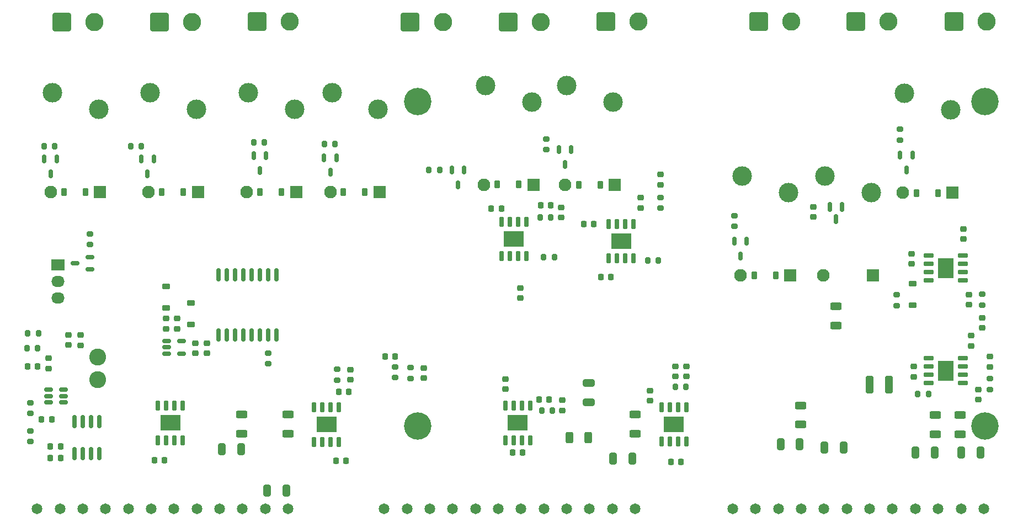
<source format=gbr>
%TF.GenerationSoftware,KiCad,Pcbnew,9.0.4*%
%TF.CreationDate,2025-10-09T12:47:56+02:00*%
%TF.ProjectId,io-gateway,696f2d67-6174-4657-9761-792e6b696361,rev?*%
%TF.SameCoordinates,Original*%
%TF.FileFunction,Soldermask,Bot*%
%TF.FilePolarity,Negative*%
%FSLAX46Y46*%
G04 Gerber Fmt 4.6, Leading zero omitted, Abs format (unit mm)*
G04 Created by KiCad (PCBNEW 9.0.4) date 2025-10-09 12:47:56*
%MOMM*%
%LPD*%
G01*
G04 APERTURE LIST*
G04 Aperture macros list*
%AMRoundRect*
0 Rectangle with rounded corners*
0 $1 Rounding radius*
0 $2 $3 $4 $5 $6 $7 $8 $9 X,Y pos of 4 corners*
0 Add a 4 corners polygon primitive as box body*
4,1,4,$2,$3,$4,$5,$6,$7,$8,$9,$2,$3,0*
0 Add four circle primitives for the rounded corners*
1,1,$1+$1,$2,$3*
1,1,$1+$1,$4,$5*
1,1,$1+$1,$6,$7*
1,1,$1+$1,$8,$9*
0 Add four rect primitives between the rounded corners*
20,1,$1+$1,$2,$3,$4,$5,0*
20,1,$1+$1,$4,$5,$6,$7,0*
20,1,$1+$1,$6,$7,$8,$9,0*
20,1,$1+$1,$8,$9,$2,$3,0*%
G04 Aperture macros list end*
%ADD10RoundRect,0.200000X-0.275000X0.200000X-0.275000X-0.200000X0.275000X-0.200000X0.275000X0.200000X0*%
%ADD11RoundRect,0.225000X-0.250000X0.225000X-0.250000X-0.225000X0.250000X-0.225000X0.250000X0.225000X0*%
%ADD12RoundRect,0.225000X0.225000X0.250000X-0.225000X0.250000X-0.225000X-0.250000X0.225000X-0.250000X0*%
%ADD13C,4.200000*%
%ADD14R,1.950000X1.950000*%
%ADD15C,1.950000*%
%ADD16C,3.000000*%
%ADD17C,1.650000*%
%ADD18RoundRect,0.250001X-1.149999X-1.149999X1.149999X-1.149999X1.149999X1.149999X-1.149999X1.149999X0*%
%ADD19C,2.800000*%
%ADD20C,2.600000*%
%ADD21R,2.030000X1.730000*%
%ADD22O,2.030000X1.730000*%
%ADD23RoundRect,0.150000X-0.150000X0.650000X-0.150000X-0.650000X0.150000X-0.650000X0.150000X0.650000X0*%
%ADD24R,3.100000X2.410000*%
%ADD25RoundRect,0.200000X0.200000X0.275000X-0.200000X0.275000X-0.200000X-0.275000X0.200000X-0.275000X0*%
%ADD26RoundRect,0.200000X0.275000X-0.200000X0.275000X0.200000X-0.275000X0.200000X-0.275000X-0.200000X0*%
%ADD27RoundRect,0.150000X-0.150000X0.587500X-0.150000X-0.587500X0.150000X-0.587500X0.150000X0.587500X0*%
%ADD28RoundRect,0.225000X0.250000X-0.225000X0.250000X0.225000X-0.250000X0.225000X-0.250000X-0.225000X0*%
%ADD29RoundRect,0.150000X0.512500X0.150000X-0.512500X0.150000X-0.512500X-0.150000X0.512500X-0.150000X0*%
%ADD30RoundRect,0.150000X-0.150000X0.512500X-0.150000X-0.512500X0.150000X-0.512500X0.150000X0.512500X0*%
%ADD31RoundRect,0.225000X0.225000X0.375000X-0.225000X0.375000X-0.225000X-0.375000X0.225000X-0.375000X0*%
%ADD32RoundRect,0.250000X0.625000X-0.312500X0.625000X0.312500X-0.625000X0.312500X-0.625000X-0.312500X0*%
%ADD33RoundRect,0.225000X-0.225000X-0.250000X0.225000X-0.250000X0.225000X0.250000X-0.225000X0.250000X0*%
%ADD34RoundRect,0.250000X-0.325000X-0.650000X0.325000X-0.650000X0.325000X0.650000X-0.325000X0.650000X0*%
%ADD35RoundRect,0.150000X0.650000X0.150000X-0.650000X0.150000X-0.650000X-0.150000X0.650000X-0.150000X0*%
%ADD36R,2.410000X3.100000*%
%ADD37RoundRect,0.150000X-0.150000X0.875000X-0.150000X-0.875000X0.150000X-0.875000X0.150000X0.875000X0*%
%ADD38RoundRect,0.225000X0.375000X-0.225000X0.375000X0.225000X-0.375000X0.225000X-0.375000X-0.225000X0*%
%ADD39RoundRect,0.250000X-0.325000X-1.100000X0.325000X-1.100000X0.325000X1.100000X-0.325000X1.100000X0*%
%ADD40RoundRect,0.150000X-0.150000X0.825000X-0.150000X-0.825000X0.150000X-0.825000X0.150000X0.825000X0*%
%ADD41RoundRect,0.200000X-0.200000X-0.275000X0.200000X-0.275000X0.200000X0.275000X-0.200000X0.275000X0*%
%ADD42RoundRect,0.250000X-0.650000X0.325000X-0.650000X-0.325000X0.650000X-0.325000X0.650000X0.325000X0*%
%ADD43RoundRect,0.250000X0.312500X0.625000X-0.312500X0.625000X-0.312500X-0.625000X0.312500X-0.625000X0*%
%ADD44RoundRect,0.150000X-0.512500X-0.150000X0.512500X-0.150000X0.512500X0.150000X-0.512500X0.150000X0*%
G04 APERTURE END LIST*
D10*
%TO.C,R3*%
X112550000Y-106200000D03*
X112550000Y-104550000D03*
%TD*%
%TO.C,R4*%
X110150000Y-106075000D03*
X110150000Y-104425000D03*
%TD*%
D11*
%TO.C,C11*%
X114600000Y-104625000D03*
X114600000Y-106175000D03*
%TD*%
D12*
%TO.C,C10*%
X110175000Y-102800000D03*
X108625000Y-102800000D03*
%TD*%
D13*
%TO.C,FRDM_MCXA153_1*%
X113675000Y-63692000D03*
X200670000Y-63692000D03*
X113675000Y-113476000D03*
X200670000Y-113476000D03*
%TD*%
D14*
%TO.C,K9*%
X170799000Y-90424000D03*
D15*
X163199000Y-90424000D03*
D16*
X170549000Y-77724000D03*
X163449000Y-75184000D03*
%TD*%
D17*
%TO.C,J1*%
X55250000Y-126250000D03*
X58750000Y-126250000D03*
X62250000Y-126250000D03*
X65750000Y-126250000D03*
X69250000Y-126250000D03*
X72750000Y-126250000D03*
X76250000Y-126250000D03*
X79750000Y-126250000D03*
X83250000Y-126250000D03*
X86750000Y-126250000D03*
X90250000Y-126250000D03*
X93750000Y-126250000D03*
%TD*%
D18*
%TO.C,J5*%
X195933000Y-51433000D03*
D19*
X200933000Y-51433000D03*
%TD*%
D18*
%TO.C,J7*%
X89000000Y-51433000D03*
D19*
X94000000Y-51433000D03*
%TD*%
D14*
%TO.C,K7*%
X195703000Y-77724000D03*
D15*
X188103000Y-77724000D03*
D16*
X195453000Y-65024000D03*
X188353000Y-62484000D03*
%TD*%
D14*
%TO.C,K8*%
X183511000Y-90424000D03*
D15*
X175911000Y-90424000D03*
D16*
X183261000Y-77724000D03*
X176161000Y-75184000D03*
%TD*%
D18*
%TO.C,J4*%
X142500000Y-51433000D03*
D19*
X147500000Y-51433000D03*
%TD*%
D18*
%TO.C,J13*%
X165950000Y-51450000D03*
D19*
X170950000Y-51450000D03*
%TD*%
D18*
%TO.C,J10*%
X127500000Y-51500000D03*
D19*
X132500000Y-51500000D03*
%TD*%
D14*
%TO.C,K4*%
X143881000Y-76510000D03*
D15*
X136281000Y-76510000D03*
D16*
X143631000Y-63810000D03*
X136531000Y-61270000D03*
%TD*%
D17*
%TO.C,J3*%
X162000000Y-126250000D03*
X165500000Y-126250000D03*
X169000000Y-126250000D03*
X172500000Y-126250000D03*
X176000000Y-126250000D03*
X179500000Y-126250000D03*
X183000000Y-126250000D03*
X186500000Y-126250000D03*
X190000000Y-126250000D03*
X193500000Y-126250000D03*
X197000000Y-126250000D03*
X200500000Y-126250000D03*
%TD*%
D18*
%TO.C,J12*%
X180900000Y-51450000D03*
D19*
X185900000Y-51450000D03*
%TD*%
D18*
%TO.C,J11*%
X112500000Y-51500000D03*
D19*
X117500000Y-51500000D03*
%TD*%
D17*
%TO.C,J2*%
X108500000Y-126250000D03*
X112000000Y-126250000D03*
X115500000Y-126250000D03*
X119000000Y-126250000D03*
X122500000Y-126250000D03*
X126000000Y-126250000D03*
X129500000Y-126250000D03*
X133000000Y-126250000D03*
X136500000Y-126250000D03*
X140000000Y-126250000D03*
X143500000Y-126250000D03*
X147000000Y-126250000D03*
%TD*%
D14*
%TO.C,K3*%
X64918400Y-77571600D03*
D15*
X57318400Y-77571600D03*
D16*
X64668400Y-64871600D03*
X57568400Y-62331600D03*
%TD*%
D14*
%TO.C,K6*%
X107832400Y-77571600D03*
D15*
X100232400Y-77571600D03*
D16*
X107582400Y-64871600D03*
X100482400Y-62331600D03*
%TD*%
D18*
%TO.C,J9*%
X59000000Y-51500000D03*
D19*
X64000000Y-51500000D03*
%TD*%
D20*
%TO.C,L6*%
X64516000Y-106426000D03*
X64516000Y-102926000D03*
%TD*%
D14*
%TO.C,K2*%
X79943200Y-77571600D03*
D15*
X72343200Y-77571600D03*
D16*
X79693200Y-64871600D03*
X72593200Y-62331600D03*
%TD*%
D14*
%TO.C,K5*%
X131441000Y-76510000D03*
D15*
X123841000Y-76510000D03*
D16*
X131191000Y-63810000D03*
X124091000Y-61270000D03*
%TD*%
D18*
%TO.C,J8*%
X73994000Y-51500000D03*
D19*
X78994000Y-51500000D03*
%TD*%
D21*
%TO.C,M1*%
X58420000Y-88773000D03*
D22*
X58420000Y-91313000D03*
X58420000Y-93853000D03*
%TD*%
D14*
%TO.C,K1*%
X94980000Y-77571600D03*
D15*
X87380000Y-77571600D03*
D16*
X94730000Y-64871600D03*
X87630000Y-62331600D03*
%TD*%
D23*
%TO.C,U_DIMA4*%
X126492000Y-82169000D03*
X127762000Y-82169000D03*
X129032000Y-82169000D03*
X130302000Y-82169000D03*
X130302000Y-87469000D03*
X129032000Y-87469000D03*
X127762000Y-87469000D03*
X126492000Y-87469000D03*
D24*
X128397000Y-84819000D03*
%TD*%
D25*
%TO.C,R_DIMA_8*%
X134619000Y-87630000D03*
X132969000Y-87630000D03*
%TD*%
D26*
%TO.C,R_F1*%
X63373000Y-85661000D03*
X63373000Y-84011000D03*
%TD*%
D27*
%TO.C,U6*%
X176850000Y-79913000D03*
X178750000Y-79913000D03*
X177800000Y-81788000D03*
%TD*%
D11*
%TO.C,C_DIMA_37*%
X198247000Y-93332000D03*
X198247000Y-94882000D03*
%TD*%
D28*
%TO.C,C41*%
X60014000Y-101092000D03*
X60014000Y-99542000D03*
%TD*%
D29*
%TO.C,U3*%
X59252000Y-107955000D03*
X59252000Y-108905000D03*
X59252000Y-109855000D03*
X56977000Y-109855000D03*
X56977000Y-108905000D03*
X56977000Y-107955000D03*
%TD*%
D28*
%TO.C,C_DIMA_36*%
X189382400Y-88608200D03*
X189382400Y-87058200D03*
%TD*%
D30*
%TO.C,Q_K2*%
X71236800Y-72528000D03*
X73136800Y-72528000D03*
X72186800Y-74803000D03*
%TD*%
D11*
%TO.C,C9*%
X174371000Y-79870000D03*
X174371000Y-81420000D03*
%TD*%
D28*
%TO.C,C_DIMB_27*%
X150876000Y-76467000D03*
X150876000Y-74917000D03*
%TD*%
%TO.C,C_DIMA_27*%
X135686800Y-81534000D03*
X135686800Y-79984000D03*
%TD*%
D12*
%TO.C,C_DIMB_30*%
X140678200Y-82499200D03*
X139128200Y-82499200D03*
%TD*%
D31*
%TO.C,D_K7*%
X193450000Y-77750000D03*
X190150000Y-77750000D03*
%TD*%
D32*
%TO.C,RS_DIMB_5*%
X196850000Y-114746500D03*
X196850000Y-111821500D03*
%TD*%
D28*
%TO.C,C_DIMB_19*%
X154838200Y-105887400D03*
X154838200Y-104337400D03*
%TD*%
%TO.C,C_DIMA_22*%
X127100000Y-107850000D03*
X127100000Y-106300000D03*
%TD*%
D26*
%TO.C,R1*%
X90678000Y-103949000D03*
X90678000Y-102299000D03*
%TD*%
D23*
%TO.C,U_DIMB1*%
X97755000Y-110621000D03*
X99025000Y-110621000D03*
X100295000Y-110621000D03*
X101565000Y-110621000D03*
X101565000Y-115921000D03*
X100295000Y-115921000D03*
X99025000Y-115921000D03*
X97755000Y-115921000D03*
D24*
X99660000Y-113271000D03*
%TD*%
D33*
%TO.C,C_DIMA_29*%
X132486400Y-79629000D03*
X134036400Y-79629000D03*
%TD*%
D34*
%TO.C,C_DIMB_8*%
X90525000Y-123400000D03*
X93475000Y-123400000D03*
%TD*%
D11*
%TO.C,C_DIMA_35*%
X200253600Y-96875600D03*
X200253600Y-98425600D03*
%TD*%
D12*
%TO.C,C7*%
X58826400Y-116636800D03*
X57276400Y-116636800D03*
%TD*%
D32*
%TO.C,RS_DIMB_1*%
X93726000Y-114681000D03*
X93726000Y-111756000D03*
%TD*%
D29*
%TO.C,Q_F1*%
X63362000Y-87569000D03*
X63362000Y-89469000D03*
X61087000Y-88519000D03*
%TD*%
D12*
%TO.C,C_DIMA_30*%
X126492000Y-80162400D03*
X124942000Y-80162400D03*
%TD*%
D33*
%TO.C,C_DIMA_20*%
X128192000Y-117590000D03*
X129742000Y-117590000D03*
%TD*%
D25*
%TO.C,R_K6*%
X100964000Y-70256400D03*
X99314000Y-70256400D03*
%TD*%
D23*
%TO.C,U_DIMB4*%
X142963600Y-82481200D03*
X144233600Y-82481200D03*
X145503600Y-82481200D03*
X146773600Y-82481200D03*
X146773600Y-87781200D03*
X145503600Y-87781200D03*
X144233600Y-87781200D03*
X142963600Y-87781200D03*
D24*
X144868600Y-85131200D03*
%TD*%
D12*
%TO.C,C_DIMB_28*%
X143269000Y-90678000D03*
X141719000Y-90678000D03*
%TD*%
D32*
%TO.C,RS_DIMB_4*%
X177800000Y-98062500D03*
X177800000Y-95137500D03*
%TD*%
D12*
%TO.C,C39*%
X57487000Y-112522000D03*
X55937000Y-112522000D03*
%TD*%
D28*
%TO.C,C_DIMB_38*%
X198577200Y-101206600D03*
X198577200Y-99656600D03*
%TD*%
D32*
%TO.C,RS_DIMA_4*%
X172400000Y-113262500D03*
X172400000Y-110337500D03*
%TD*%
D30*
%TO.C,Q_K7*%
X187670400Y-71963700D03*
X189570400Y-71963700D03*
X188620400Y-74238700D03*
%TD*%
D35*
%TO.C,U_DIMB5*%
X197306000Y-103124000D03*
X197306000Y-104394000D03*
X197306000Y-105664000D03*
X197306000Y-106934000D03*
X192006000Y-106934000D03*
X192006000Y-105664000D03*
X192006000Y-104394000D03*
X192006000Y-103124000D03*
D36*
X194656000Y-105029000D03*
%TD*%
D28*
%TO.C,C2*%
X79552800Y-102337200D03*
X79552800Y-100787200D03*
%TD*%
D32*
%TO.C,RS_DIMB_3*%
X147001000Y-114669000D03*
X147001000Y-111744000D03*
%TD*%
D25*
%TO.C,R_DIMB_5*%
X154825000Y-107500000D03*
X153175000Y-107500000D03*
%TD*%
D10*
%TO.C,R_K4*%
X133400800Y-69470000D03*
X133400800Y-71120000D03*
%TD*%
D37*
%TO.C,U4*%
X83058000Y-90268000D03*
X84328000Y-90268000D03*
X85598000Y-90268000D03*
X86868000Y-90268000D03*
X88138000Y-90268000D03*
X89408000Y-90268000D03*
X90678000Y-90268000D03*
X91948000Y-90268000D03*
X91948000Y-99568000D03*
X90678000Y-99568000D03*
X89408000Y-99568000D03*
X88138000Y-99568000D03*
X86868000Y-99568000D03*
X85598000Y-99568000D03*
X84328000Y-99568000D03*
X83058000Y-99568000D03*
%TD*%
D34*
%TO.C,C_DIMA_40*%
X190041000Y-117602000D03*
X192991000Y-117602000D03*
%TD*%
D28*
%TO.C,C_DIMB_21*%
X153212600Y-105887400D03*
X153212600Y-104337400D03*
%TD*%
D32*
%TO.C,RS_DIMA_5*%
X193040000Y-114746500D03*
X193040000Y-111821500D03*
%TD*%
D28*
%TO.C,C_DIMB_22*%
X149301200Y-109639400D03*
X149301200Y-108089400D03*
%TD*%
D34*
%TO.C,C_DIMA_32*%
X169312800Y-116332000D03*
X172262800Y-116332000D03*
%TD*%
D25*
%TO.C,R_K3*%
X57975000Y-70561200D03*
X56325000Y-70561200D03*
%TD*%
D11*
%TO.C,C_DIMB_4*%
X103327200Y-104876000D03*
X103327200Y-106426000D03*
%TD*%
D31*
%TO.C,D_K1*%
X92703000Y-77571600D03*
X89403000Y-77571600D03*
%TD*%
D30*
%TO.C,Q_K4*%
X135321000Y-71131000D03*
X137221000Y-71131000D03*
X136271000Y-73406000D03*
%TD*%
D31*
%TO.C,D_K9*%
X168629600Y-90424000D03*
X165329600Y-90424000D03*
%TD*%
%TO.C,D_K3*%
X62636400Y-77571600D03*
X59336400Y-77571600D03*
%TD*%
D28*
%TO.C,C_DIMB_29*%
X147828000Y-80023000D03*
X147828000Y-78473000D03*
%TD*%
D31*
%TO.C,D_K4*%
X141629400Y-76504800D03*
X138329400Y-76504800D03*
%TD*%
D34*
%TO.C,C_DIMB_40*%
X197026000Y-117602000D03*
X199976000Y-117602000D03*
%TD*%
D28*
%TO.C,C3*%
X81280000Y-102324200D03*
X81280000Y-100774200D03*
%TD*%
D30*
%TO.C,Q_K3*%
X56352400Y-72502600D03*
X58252400Y-72502600D03*
X57302400Y-74777600D03*
%TD*%
%TO.C,Q_K1*%
X88458000Y-72045400D03*
X90358000Y-72045400D03*
X89408000Y-74320400D03*
%TD*%
D11*
%TO.C,C_DIMB_37*%
X199644000Y-107886200D03*
X199644000Y-109436200D03*
%TD*%
D38*
%TO.C,D2*%
X78867000Y-97917000D03*
X78867000Y-94617000D03*
%TD*%
D39*
%TO.C,C_DIMB_33*%
X182981600Y-107188000D03*
X185931600Y-107188000D03*
%TD*%
D11*
%TO.C,C_DIMA_28*%
X129413000Y-92316000D03*
X129413000Y-93866000D03*
%TD*%
D10*
%TO.C,R33*%
X54172000Y-114237000D03*
X54172000Y-115887000D03*
%TD*%
D25*
%TO.C,R_DIMA_7*%
X134085600Y-81534000D03*
X132435600Y-81534000D03*
%TD*%
D10*
%TO.C,R32*%
X54172000Y-109919000D03*
X54172000Y-111569000D03*
%TD*%
D33*
%TO.C,C_DIMB_5*%
X101536200Y-108254800D03*
X103086200Y-108254800D03*
%TD*%
D40*
%TO.C,U1*%
X61010800Y-112826800D03*
X62280800Y-112826800D03*
X63550800Y-112826800D03*
X64820800Y-112826800D03*
X64820800Y-117776800D03*
X63550800Y-117776800D03*
X62280800Y-117776800D03*
X61010800Y-117776800D03*
%TD*%
D10*
%TO.C,R_DIMB_7*%
X150876000Y-78423000D03*
X150876000Y-80073000D03*
%TD*%
D26*
%TO.C,R_DIMA_9*%
X200253600Y-94945200D03*
X200253600Y-93295200D03*
%TD*%
D41*
%TO.C,R_DIMB_10*%
X190386200Y-108559600D03*
X192036200Y-108559600D03*
%TD*%
D38*
%TO.C,D3*%
X75057000Y-95376000D03*
X75057000Y-92076000D03*
%TD*%
D23*
%TO.C,U_DIMA3*%
X127075000Y-110368000D03*
X128345000Y-110368000D03*
X129615000Y-110368000D03*
X130885000Y-110368000D03*
X130885000Y-115668000D03*
X129615000Y-115668000D03*
X128345000Y-115668000D03*
X127075000Y-115668000D03*
D24*
X128980000Y-113018000D03*
%TD*%
D33*
%TO.C,C_DIMA_21*%
X132269000Y-109462000D03*
X133819000Y-109462000D03*
%TD*%
D41*
%TO.C,R_K2*%
X69583800Y-70612000D03*
X71233800Y-70612000D03*
%TD*%
D28*
%TO.C,C_DIMB_35*%
X201472800Y-104407000D03*
X201472800Y-102857000D03*
%TD*%
D34*
%TO.C,C_DIMA_8*%
X83566000Y-117094000D03*
X86516000Y-117094000D03*
%TD*%
D28*
%TO.C,C_DIMA_38*%
X197358000Y-84836000D03*
X197358000Y-83286000D03*
%TD*%
D10*
%TO.C,R_K9*%
X162204400Y-81217000D03*
X162204400Y-82867000D03*
%TD*%
D28*
%TO.C,C42*%
X61919000Y-101105000D03*
X61919000Y-99555000D03*
%TD*%
%TO.C,C_DIMA_19*%
X135839200Y-111112600D03*
X135839200Y-109562600D03*
%TD*%
D30*
%TO.C,Q_K5*%
X118851600Y-74218800D03*
X120751600Y-74218800D03*
X119801600Y-76493800D03*
%TD*%
D12*
%TO.C,C_DIMA_3*%
X74816000Y-118745000D03*
X73266000Y-118745000D03*
%TD*%
D32*
%TO.C,RS_DIMA_1*%
X86614000Y-114685000D03*
X86614000Y-111760000D03*
%TD*%
D35*
%TO.C,U_DIMA5*%
X197324000Y-87376000D03*
X197324000Y-88646000D03*
X197324000Y-89916000D03*
X197324000Y-91186000D03*
X192024000Y-91186000D03*
X192024000Y-89916000D03*
X192024000Y-88646000D03*
X192024000Y-87376000D03*
D36*
X194674000Y-89281000D03*
%TD*%
D34*
%TO.C,C_DIMB_32*%
X176050000Y-116840000D03*
X179000000Y-116840000D03*
%TD*%
D41*
%TO.C,R31*%
X53689400Y-101600000D03*
X55339400Y-101600000D03*
%TD*%
D25*
%TO.C,R_K1*%
X90131400Y-69951600D03*
X88481400Y-69951600D03*
%TD*%
D31*
%TO.C,D_K2*%
X77697600Y-77622400D03*
X74397600Y-77622400D03*
%TD*%
D10*
%TO.C,R_K7*%
X187655200Y-67958200D03*
X187655200Y-69608200D03*
%TD*%
D23*
%TO.C,U_DIMA1*%
X73800000Y-110380000D03*
X75070000Y-110380000D03*
X76340000Y-110380000D03*
X77610000Y-110380000D03*
X77610000Y-115680000D03*
X76340000Y-115680000D03*
X75070000Y-115680000D03*
X73800000Y-115680000D03*
D24*
X75705000Y-113030000D03*
%TD*%
D11*
%TO.C,C_DIMB_36*%
X189738000Y-104394000D03*
X189738000Y-105944000D03*
%TD*%
D31*
%TO.C,D_K6*%
X105494600Y-77597000D03*
X102194600Y-77597000D03*
%TD*%
D23*
%TO.C,U_DIMB3*%
X151030000Y-110609000D03*
X152300000Y-110609000D03*
X153570000Y-110609000D03*
X154840000Y-110609000D03*
X154840000Y-115909000D03*
X153570000Y-115909000D03*
X152300000Y-115909000D03*
X151030000Y-115909000D03*
D24*
X152935000Y-113259000D03*
%TD*%
D25*
%TO.C,R_DIMB_8*%
X150595600Y-88087200D03*
X148945600Y-88087200D03*
%TD*%
D42*
%TO.C,C_DIMA_24*%
X139903200Y-106932200D03*
X139903200Y-109882200D03*
%TD*%
D28*
%TO.C,C4*%
X76708000Y-98565000D03*
X76708000Y-97015000D03*
%TD*%
D12*
%TO.C,C8*%
X58826400Y-118414800D03*
X57276400Y-118414800D03*
%TD*%
D33*
%TO.C,C43*%
X53791000Y-104394000D03*
X55341000Y-104394000D03*
%TD*%
D34*
%TO.C,C_DIMB_24*%
X143640633Y-118465600D03*
X146590633Y-118465600D03*
%TD*%
D25*
%TO.C,R30*%
X55441000Y-99314000D03*
X53791000Y-99314000D03*
%TD*%
D38*
%TO.C,D_DIMA_10*%
X189611000Y-94996000D03*
X189611000Y-91696000D03*
%TD*%
D30*
%TO.C,Q_K6*%
X99278400Y-72319300D03*
X101178400Y-72319300D03*
X100228400Y-74594300D03*
%TD*%
D41*
%TO.C,R_K5*%
X115354600Y-74218800D03*
X117004600Y-74218800D03*
%TD*%
D28*
%TO.C,C5*%
X75057000Y-98565000D03*
X75057000Y-97015000D03*
%TD*%
D33*
%TO.C,C_DIMB_3*%
X101116800Y-118872000D03*
X102666800Y-118872000D03*
%TD*%
D26*
%TO.C,R_DIMA_10*%
X187147200Y-95046800D03*
X187147200Y-93396800D03*
%TD*%
D10*
%TO.C,R_DIMB_1*%
X101295200Y-104826800D03*
X101295200Y-106476800D03*
%TD*%
D28*
%TO.C,C40*%
X56966000Y-104661000D03*
X56966000Y-103111000D03*
%TD*%
D31*
%TO.C,D_K5*%
X129158000Y-76454000D03*
X125858000Y-76454000D03*
%TD*%
D33*
%TO.C,C_DIMB_20*%
X152500000Y-119000000D03*
X154050000Y-119000000D03*
%TD*%
D30*
%TO.C,Q_K9*%
X162219600Y-85151800D03*
X164119600Y-85151800D03*
X163169600Y-87426800D03*
%TD*%
D25*
%TO.C,R_DIMA_5*%
X134339600Y-111099600D03*
X132689600Y-111099600D03*
%TD*%
D10*
%TO.C,R_DIMB_9*%
X201472800Y-106261400D03*
X201472800Y-107911400D03*
%TD*%
D43*
%TO.C,RS_DIMA_3*%
X139812500Y-115250000D03*
X136887500Y-115250000D03*
%TD*%
D44*
%TO.C,U2*%
X75093400Y-102382400D03*
X75093400Y-101432400D03*
X75093400Y-100482400D03*
X77368400Y-100482400D03*
X77368400Y-102382400D03*
%TD*%
M02*

</source>
